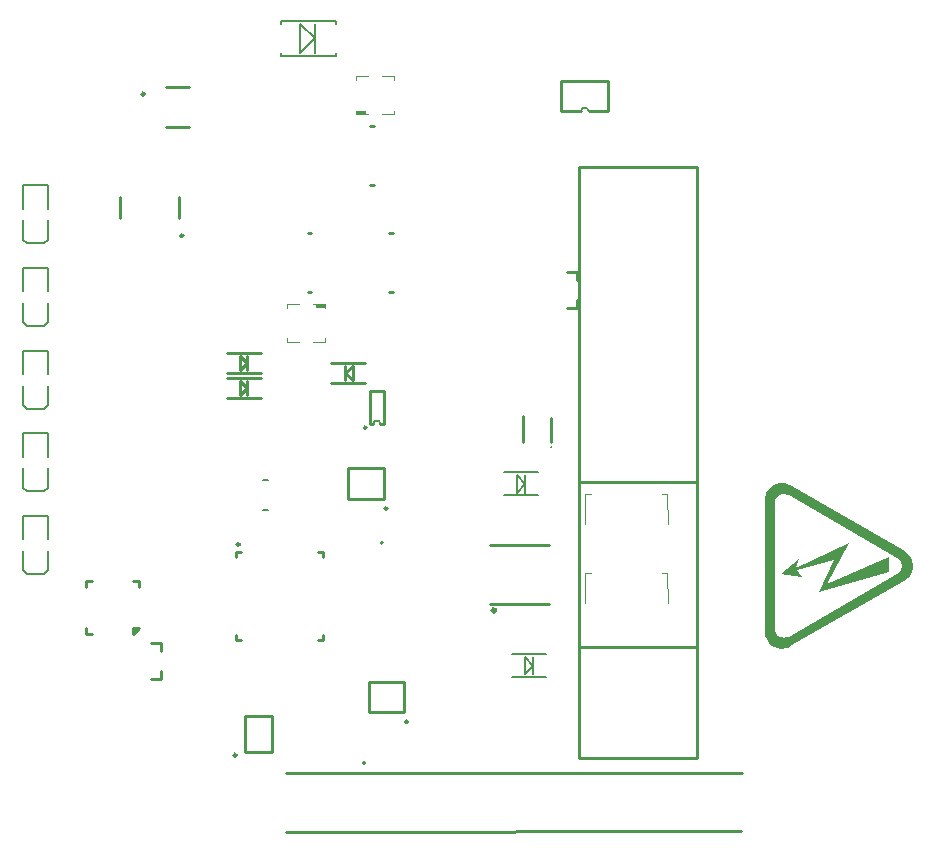
<source format=gbr>
%TF.GenerationSoftware,Altium Limited,Altium Designer,22.0.2 (36)*%
G04 Layer_Color=32896*
%FSLAX45Y45*%
%MOMM*%
%TF.SameCoordinates,6C3A6253-EFF2-48E9-9C48-1F107FDFC152*%
%TF.FilePolarity,Positive*%
%TF.FileFunction,Legend,Bot*%
%TF.Part,Single*%
G01*
G75*
%TA.AperFunction,NonConductor*%
%ADD92C,0.20000*%
%ADD93C,0.25000*%
%ADD94C,0.25400*%
%ADD95C,0.30000*%
%ADD96C,0.15000*%
%ADD97C,0.10000*%
%ADD98C,0.10160*%
G36*
X6543639Y3323742D02*
X6558452Y3320039D01*
X6571414Y3314484D01*
X6582524Y3310781D01*
X6588079Y3308929D01*
X6589930Y3307077D01*
X7558348Y2747876D01*
X7569458Y2740470D01*
X7573162Y2738618D01*
X7575013Y2736766D01*
X7584272Y2727508D01*
X7587975Y2723805D01*
X7589827Y2721953D01*
X7602788Y2705288D01*
X7612046Y2690475D01*
X7619453Y2673810D01*
X7623156Y2658996D01*
X7626860Y2646035D01*
X7628711Y2634925D01*
Y2610853D01*
X7625008Y2597892D01*
X7623156Y2584930D01*
X7619453Y2573820D01*
X7615750Y2566413D01*
X7612046Y2559007D01*
X7610195Y2555303D01*
X7608343Y2553452D01*
X7604640Y2546045D01*
X7602788Y2542342D01*
X7587975Y2525677D01*
X7571310Y2510864D01*
X7560200Y2503457D01*
X7556497Y2499754D01*
X7554645D01*
X6588079Y1942404D01*
Y1940552D01*
X6586227D01*
X6584375D01*
X6576969Y1936849D01*
X6571414Y1933146D01*
X6567710Y1931294D01*
X6565859D01*
X6560304Y1929442D01*
X6552897Y1927591D01*
X6547342Y1925739D01*
X6545490D01*
X6525122Y1923887D01*
X6506605D01*
X6489941Y1925739D01*
X6475127Y1929442D01*
X6462166Y1934997D01*
X6452907Y1938701D01*
X6447352Y1940552D01*
X6445501Y1942404D01*
X6432539Y1949811D01*
X6428836Y1951662D01*
X6426984Y1953514D01*
X6417726Y1962772D01*
X6414022Y1966476D01*
X6412171Y1968327D01*
X6399209Y1984992D01*
X6389951Y2001657D01*
X6382544Y2018322D01*
X6378841Y2034987D01*
X6375138Y2047949D01*
X6373286Y2059059D01*
Y3186720D01*
X6375138Y3195978D01*
Y3203384D01*
X6376989Y3205236D01*
Y3212643D01*
X6378841Y3220049D01*
X6380693Y3225604D01*
Y3227456D01*
X6388099Y3245973D01*
X6397358Y3262638D01*
X6408467Y3275599D01*
X6419577Y3286709D01*
X6428836Y3295967D01*
X6438094Y3301522D01*
X6443649Y3305226D01*
X6445501Y3307077D01*
Y3308929D01*
X6454759Y3312632D01*
X6460314Y3316336D01*
X6464017Y3318187D01*
X6465869D01*
X6473276Y3320039D01*
X6480682Y3321891D01*
X6484386Y3323742D01*
X6486237D01*
X6506605Y3325594D01*
X6525122D01*
X6543639Y3323742D01*
D02*
G37*
%LPC*%
G36*
X6547342Y3233011D02*
X6543639D01*
X6538084D01*
X6536232D01*
X6521419Y3231159D01*
X6508457Y3229308D01*
X6501050Y3225604D01*
X6497347Y3223753D01*
X6480682Y3208939D01*
X6469572Y3195978D01*
X6464017Y3184868D01*
X6462166Y3181165D01*
Y3179313D01*
X6464017Y3181165D01*
X6462166Y3177461D01*
X6460314Y3171906D01*
Y3157093D01*
X6458462D01*
Y2094240D01*
X6460314Y2083130D01*
X6462166Y2072020D01*
X6469572Y2055355D01*
X6475127Y2044245D01*
X6478831Y2042394D01*
Y2040542D01*
X6486237Y2034987D01*
X6488089Y2033135D01*
X6493644Y2027580D01*
X6497347Y2025729D01*
X6506605Y2022025D01*
X6515864Y2018322D01*
X6534380Y2016470D01*
X6541787D01*
X6545490Y2018322D01*
X6549194D01*
X6551045D01*
X6558452Y2020174D01*
X6560304Y2022025D01*
X6562155D01*
X6569562Y2023877D01*
X6571414Y2025729D01*
X6573265D01*
X6575117D01*
X7493540Y2557155D01*
X7504650Y2564562D01*
X7512057Y2571968D01*
X7517612Y2577523D01*
X7519463Y2579375D01*
Y2583078D01*
X7521315Y2584930D01*
X7523167D01*
X7530573Y2599743D01*
X7532425Y2612705D01*
X7534277Y2621963D01*
Y2625667D01*
X7532425D01*
Y2636777D01*
X7528722Y2646035D01*
X7523167Y2662700D01*
X7515760Y2673810D01*
X7513909Y2675661D01*
X7512057Y2677513D01*
X7506502Y2683068D01*
X7504650Y2684920D01*
X7499095Y2688623D01*
X7497244Y2690475D01*
X7495392D01*
X6576969Y3221901D01*
X6575117D01*
X6564007Y3227456D01*
X6554749Y3231159D01*
X6547342Y3233011D01*
D02*
G37*
%LPD*%
G36*
X6902861Y2471979D02*
X7428732Y2699733D01*
X7425029Y2573820D01*
X6830646Y2401616D01*
X6962114Y2670106D01*
X6645480Y2586782D01*
X6689920Y2529380D01*
X6512160Y2557155D01*
X6660293Y2684920D01*
X6641777Y2607150D01*
X7082472Y2820091D01*
X6902861Y2471979D01*
D02*
G37*
D92*
X4568001Y3635000D02*
G03*
X4568001Y3635000I-5000J0D01*
G01*
X2990001Y955000D02*
G03*
X2990001Y955000I-10000J0D01*
G01*
X3120001Y3825000D02*
G03*
X3060001Y3825000I-30000J0D01*
G01*
X4881750Y6473000D02*
G03*
X4818250Y6473000I-31750J0D01*
G01*
X3140001Y2820000D02*
G03*
X3140001Y2820000I-10000J0D01*
G01*
X2442000Y7215000D02*
X2567000Y7090000D01*
X2442000Y6965000D02*
Y7215000D01*
Y6965000D02*
X2567000Y7090000D01*
Y6965000D02*
Y7215000D01*
X2740000Y6945000D02*
Y6970000D01*
X2280000Y6945000D02*
X2740000D01*
X2280000D02*
Y6970000D01*
Y7210000D02*
Y7235000D01*
X2740000Y7210000D02*
Y7235000D01*
X2280000D02*
X2740000D01*
D93*
X1122500Y6620000D02*
G03*
X1122500Y6620000I-12500J0D01*
G01*
X1902500Y1022500D02*
G03*
X1902500Y1022500I-12500J0D01*
G01*
X1451500Y5420000D02*
G03*
X1451500Y5420000I-12500J0D01*
G01*
X1927501Y2805000D02*
G03*
X1927501Y2805000I-12500J0D01*
G01*
X4323000Y3890000D02*
X4323001Y3675000D01*
X4563001D02*
Y3880000D01*
X3035000Y6350000D02*
X3065000D01*
X3035000Y5850000D02*
X3065000D01*
X1305000Y6340000D02*
X1495000D01*
X1305000Y6680000D02*
X1495000D01*
X1975000Y1045000D02*
Y1355000D01*
X2205000Y1045000D02*
Y1355000D01*
X1975000Y1045000D02*
X2205000D01*
X1975000Y1355000D02*
X2205000D01*
X3120001Y3825000D02*
X3150001D01*
X3030001D02*
X3060001D01*
X3150001D02*
Y4105000D01*
X3030001D02*
X3150001D01*
X3030001Y3825000D02*
Y4105000D01*
X4695000Y4810000D02*
X4780000D01*
X4695000Y5110000D02*
X4780000D01*
Y4810000D02*
Y4874999D01*
Y5045000D02*
Y5110000D01*
X1260001Y1905000D02*
Y1970000D01*
Y1670000D02*
Y1735000D01*
X1175000Y1970000D02*
X1260001D01*
X1175000Y1670000D02*
X1260001D01*
X1987000Y4070000D02*
Y4190000D01*
X1927000Y4070000D02*
X1987000Y4130000D01*
X1927000Y4190000D02*
X1987000Y4130000D01*
X1927000Y4070000D02*
Y4190000D01*
X1817000Y4215000D02*
X2105000D01*
X1817000Y4045000D02*
X2105000D01*
X1413500Y5570000D02*
Y5750000D01*
X913500Y5570000D02*
Y5750000D01*
X2630001Y2697500D02*
Y2740000D01*
X2592501D02*
X2630001D01*
Y2000000D02*
Y2042500D01*
X2592501Y2000000D02*
X2630001D01*
X1900001D02*
X1937501D01*
X1900001D02*
Y2042500D01*
Y2697500D02*
Y2740000D01*
X1937501D01*
X4650000Y6473000D02*
X4818250D01*
X4881750D02*
X5050000D01*
Y6727000D01*
X4650000D02*
X5050000D01*
X4650000Y6473000D02*
Y6727000D01*
X1987000Y4280000D02*
Y4400000D01*
X1927000Y4280000D02*
X1987000Y4340000D01*
X1927000Y4400000D02*
X1987000Y4340000D01*
X1927000Y4280000D02*
Y4400000D01*
X1817000Y4425000D02*
X2105000D01*
X1817000Y4255000D02*
X2105000D01*
X2823000Y4200000D02*
Y4320000D01*
X2823001Y4260000D02*
X2883001Y4320000D01*
X2823001Y4260000D02*
X2883001Y4200000D01*
Y4320000D01*
X2705000Y4175000D02*
X2993000D01*
X2705000Y4345000D02*
X2993000D01*
X2505001Y4940000D02*
X2535001D01*
X2505001Y5440000D02*
X2535001D01*
X3195001Y5440000D02*
X3225001D01*
X3195001Y4940000D02*
X3225001D01*
D94*
X3000001Y3795001D02*
G03*
X3000001Y3795001I-10000J0D01*
G01*
X3350001Y1304999D02*
G03*
X3350001Y1304999I-10000J0D01*
G01*
X3177001Y3110000D02*
G03*
X3177001Y3110000I-10000J0D01*
G01*
X625000Y2045000D02*
X675000D01*
X625000D02*
Y2095000D01*
Y2445000D02*
Y2495000D01*
X675000D01*
X1025000D02*
X1075000D01*
Y2445000D02*
Y2495000D01*
X1025000Y2095000D02*
X1075000D01*
X1025000Y2045000D02*
X1075000Y2095000D01*
X1025000Y2045000D02*
Y2095000D01*
X3320001Y1384999D02*
Y1644999D01*
X3020001D02*
X3320001D01*
X3020001Y1384999D02*
Y1644999D01*
Y1384999D02*
X3320001D01*
X4050000Y2800000D02*
X4550000D01*
X4050000Y2300000D02*
X4550000D01*
X3147001Y3190000D02*
Y3450000D01*
X2847001D02*
X3147001D01*
X2847001Y3190000D02*
Y3450000D01*
Y3190000D02*
X3147001D01*
X4800001Y1937300D02*
X5800001D01*
X4800001Y3337300D02*
X5800001D01*
X4800000Y6000000D02*
X5800001D01*
X4800001Y1000000D02*
X5800001D01*
Y6000000D01*
X4800000D02*
X4800001Y1000000D01*
X2320000Y370000D02*
X6170000Y380000D01*
X2320000Y875000D02*
X6180000Y875000D01*
D95*
X4095000Y2250000D02*
G03*
X4095000Y2250000I-15000J0D01*
G01*
D96*
X305400Y5650000D02*
Y5845400D01*
X94600D02*
X305400D01*
X94600Y5650000D02*
Y5845400D01*
X305400Y5385400D02*
Y5550000D01*
X274600Y5354600D02*
X305400Y5385400D01*
X94600D02*
Y5550000D01*
Y5385400D02*
X125400Y5354600D01*
X274600D01*
X4345000Y3245000D02*
Y3395000D01*
X4275000D02*
X4345000Y3320000D01*
X4275000Y3245000D02*
X4345000Y3320000D01*
X4275000Y3245000D02*
Y3395000D01*
X4165000Y3222000D02*
X4455000D01*
X4165000Y3418000D02*
X4455000D01*
X2125000Y3350000D02*
X2165000D01*
X2125000Y3100000D02*
X2165000D01*
X4415000Y1705000D02*
Y1855000D01*
X4345000D02*
X4415000Y1780000D01*
X4345000Y1705000D02*
X4415000Y1780000D01*
X4345000Y1705000D02*
Y1855000D01*
X4235000Y1682000D02*
X4525000D01*
X4235000Y1878000D02*
X4525000D01*
X305400Y4950000D02*
Y5145400D01*
X94600D02*
X305400D01*
X94600Y4950000D02*
Y5145400D01*
X305400Y4685400D02*
Y4850000D01*
X274600Y4654600D02*
X305400Y4685400D01*
X94600D02*
Y4850000D01*
Y4685400D02*
X125400Y4654600D01*
X274600D01*
X305400Y3550000D02*
Y3745400D01*
X94600D02*
X305400D01*
X94600Y3550000D02*
Y3745400D01*
X305400Y3285400D02*
Y3450000D01*
X274600Y3254600D02*
X305400Y3285400D01*
X94600D02*
Y3450000D01*
Y3285400D02*
X125400Y3254600D01*
X274600D01*
X305400Y2850000D02*
Y3045400D01*
X94600D02*
X305400D01*
X94600Y2850000D02*
Y3045400D01*
X305400Y2585400D02*
Y2750000D01*
X274600Y2554600D02*
X305400Y2585400D01*
X94600D02*
Y2750000D01*
Y2585400D02*
X125400Y2554600D01*
X274600D01*
X305400Y4250000D02*
Y4445400D01*
X94600D02*
X305400D01*
X94600Y4250000D02*
Y4445400D01*
X305400Y3985400D02*
Y4150000D01*
X274600Y3954600D02*
X305400Y3985400D01*
X94600D02*
Y4150000D01*
Y3985400D02*
X125400Y3954600D01*
X274600D01*
D97*
X2915000Y6450000D02*
Y6480000D01*
Y6450000D02*
X3015000D01*
X3135000D02*
X3235000D01*
Y6480000D01*
Y6740000D02*
Y6770000D01*
X3135000D02*
X3235000D01*
X2915000D02*
X3015000D01*
X2915000Y6740000D02*
Y6770000D01*
X2987500Y6450000D02*
Y6472500D01*
X2915000D02*
X2987500D01*
X2915000Y6465000D02*
Y6472500D01*
Y6465000D02*
X2987500D01*
Y6457500D02*
Y6465000D01*
X2915000Y6457500D02*
X2987500D01*
X2650000Y4810000D02*
Y4840000D01*
X2550000D02*
X2650000D01*
X2330000D02*
X2430000D01*
X2330000Y4810000D02*
Y4840000D01*
Y4520000D02*
Y4550000D01*
Y4520000D02*
X2430000D01*
X2550000D02*
X2650000D01*
Y4550000D01*
X2577500Y4817500D02*
Y4840000D01*
Y4817500D02*
X2650000D01*
Y4825000D01*
X2577500D02*
X2650000D01*
X2577500D02*
Y4832500D01*
X2650000D01*
D98*
X5500000Y2560010D02*
X5549992Y2560012D01*
X5549999Y2310000D01*
X4849992Y2560012D02*
X4849999Y2310000D01*
X4849992Y2560012D02*
X4899984Y2560013D01*
X5500000Y3230010D02*
X5549992Y3230012D01*
X5549999Y2980000D01*
X4849992Y3230012D02*
X4849999Y2980000D01*
X4849992Y3230012D02*
X4899984Y3230013D01*
%TF.MD5,b19cb2bf05729c7b8af33a9e5ec998c4*%
M02*

</source>
